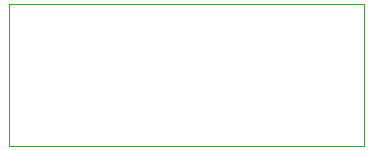
<source format=gm1>
%TF.GenerationSoftware,KiCad,Pcbnew,9.0.7*%
%TF.CreationDate,2026-01-22T00:48:31+00:00*%
%TF.ProjectId,coupon,636f7570-6f6e-42e6-9b69-6361645f7063,rev?*%
%TF.SameCoordinates,Original*%
%TF.FileFunction,Profile,NP*%
%FSLAX46Y46*%
G04 Gerber Fmt 4.6, Leading zero omitted, Abs format (unit mm)*
G04 Created by KiCad (PCBNEW 9.0.7) date 2026-01-22 00:48:31*
%MOMM*%
%LPD*%
G01*
G04 APERTURE LIST*
%TA.AperFunction,Profile*%
%ADD10C,0.100000*%
%TD*%
G04 APERTURE END LIST*
D10*
X0Y6000000D02*
X30000000Y6000000D01*
X30000000Y-6000000D01*
X0Y-6000000D01*
X0Y6000000D01*
M02*

</source>
